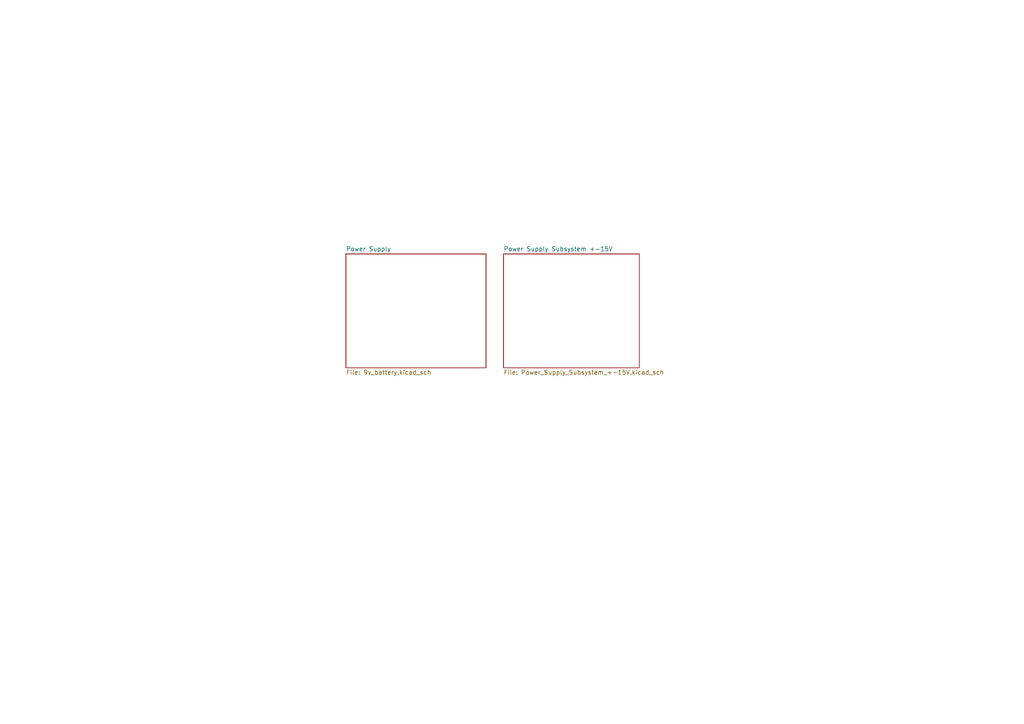
<source format=kicad_sch>
(kicad_sch
	(version 20250114)
	(generator "eeschema")
	(generator_version "9.0")
	(uuid "4a00da93-ae9f-4ef5-ba09-fb3191696e45")
	(paper "A4")
	(lib_symbols)
	(sheet
		(at 146.05 73.66)
		(size 39.37 33.02)
		(exclude_from_sim no)
		(in_bom yes)
		(on_board yes)
		(dnp no)
		(fields_autoplaced yes)
		(stroke
			(width 0.1524)
			(type solid)
		)
		(fill
			(color 0 0 0 0.0000)
		)
		(uuid "497892dc-241c-4b97-b6b7-c2af7c32acac")
		(property "Sheetname" "Power Supply Subsystem +-15V"
			(at 146.05 72.9484 0)
			(effects
				(font
					(size 1.27 1.27)
				)
				(justify left bottom)
			)
		)
		(property "Sheetfile" "Power_Supply_Subsystem_+-15V.kicad_sch"
			(at 146.05 107.2646 0)
			(effects
				(font
					(size 1.27 1.27)
				)
				(justify left top)
			)
		)
		(instances
			(project "Sensor_Unit"
				(path "/631e2aad-29d7-4d5a-947a-1d7179af816f/357970b0-4399-4560-a90f-9b3cd140d022"
					(page "9")
				)
			)
		)
	)
	(sheet
		(at 100.33 73.66)
		(size 40.64 33.02)
		(exclude_from_sim no)
		(in_bom yes)
		(on_board yes)
		(dnp no)
		(fields_autoplaced yes)
		(stroke
			(width 0.1524)
			(type solid)
		)
		(fill
			(color 0 0 0 0.0000)
		)
		(uuid "c9c84bb5-4251-49c3-8cbb-3ec8c44ade42")
		(property "Sheetname" "Power Supply"
			(at 100.33 72.9484 0)
			(effects
				(font
					(size 1.27 1.27)
				)
				(justify left bottom)
			)
		)
		(property "Sheetfile" "9v_battery.kicad_sch"
			(at 100.33 107.2646 0)
			(effects
				(font
					(size 1.27 1.27)
				)
				(justify left top)
			)
		)
		(instances
			(project "Sensor_Unit"
				(path "/631e2aad-29d7-4d5a-947a-1d7179af816f/357970b0-4399-4560-a90f-9b3cd140d022"
					(page "6")
				)
			)
		)
	)
)

</source>
